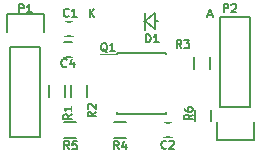
<source format=gto>
G04 #@! TF.FileFunction,Legend,Top*
%FSLAX46Y46*%
G04 Gerber Fmt 4.6, Leading zero omitted, Abs format (unit mm)*
G04 Created by KiCad (PCBNEW 4.1.0-alpha+201606291451+6956~45~ubuntu14.04.1-product) date Thu Jun 30 17:16:48 2016*
%MOMM*%
%LPD*%
G01*
G04 APERTURE LIST*
%ADD10C,0.100000*%
%ADD11C,0.150000*%
%ADD12R,1.300000X1.600000*%
%ADD13R,1.600000X1.300000*%
%ADD14R,2.432000X2.127200*%
%ADD15O,2.432000X2.127200*%
%ADD16R,1.600000X1.150000*%
%ADD17R,1.950000X1.000000*%
%ADD18R,3.699460X2.099260*%
G04 APERTURE END LIST*
D10*
D11*
X232810000Y-110435000D02*
X232810000Y-109435000D01*
X234160000Y-109435000D02*
X234160000Y-110435000D01*
X221725000Y-110480000D02*
X222725000Y-110480000D01*
X222725000Y-111830000D02*
X221725000Y-111830000D01*
X225930000Y-110475000D02*
X226930000Y-110475000D01*
X226930000Y-111825000D02*
X225930000Y-111825000D01*
X221750000Y-107395000D02*
X221750000Y-108395000D01*
X220400000Y-108395000D02*
X220400000Y-107395000D01*
X223690000Y-107385000D02*
X223690000Y-108385000D01*
X222340000Y-108385000D02*
X222340000Y-107385000D01*
X232690000Y-106015000D02*
X232690000Y-105015000D01*
X234040000Y-105015000D02*
X234040000Y-106015000D01*
X237490000Y-109220000D02*
X237490000Y-101600000D01*
X234950000Y-109220000D02*
X234950000Y-101600000D01*
X234670000Y-112040000D02*
X234670000Y-110490000D01*
X237490000Y-101600000D02*
X234950000Y-101600000D01*
X234950000Y-109220000D02*
X237490000Y-109220000D01*
X237770000Y-110490000D02*
X237770000Y-112040000D01*
X237770000Y-112040000D02*
X234670000Y-112040000D01*
X217170000Y-104140000D02*
X217170000Y-111760000D01*
X219710000Y-104140000D02*
X219710000Y-111760000D01*
X219990000Y-101320000D02*
X219990000Y-102870000D01*
X217170000Y-111760000D02*
X219710000Y-111760000D01*
X219710000Y-104140000D02*
X217170000Y-104140000D01*
X216890000Y-102870000D02*
X216890000Y-101320000D01*
X216890000Y-101320000D02*
X219990000Y-101320000D01*
X230175000Y-110595000D02*
X230875000Y-110595000D01*
X230875000Y-111795000D02*
X230175000Y-111795000D01*
X221725000Y-103755000D02*
X222425000Y-103755000D01*
X222425000Y-104955000D02*
X221725000Y-104955000D01*
X222485000Y-103185000D02*
X221785000Y-103185000D01*
X221785000Y-101985000D02*
X222485000Y-101985000D01*
X226190000Y-104680000D02*
X226190000Y-104825000D01*
X230340000Y-104680000D02*
X230340000Y-104825000D01*
X230340000Y-109830000D02*
X230340000Y-109685000D01*
X226190000Y-109830000D02*
X226190000Y-109685000D01*
X226190000Y-104680000D02*
X230340000Y-104680000D01*
X226190000Y-109830000D02*
X230340000Y-109830000D01*
X226190000Y-104825000D02*
X224790000Y-104825000D01*
X228605420Y-101955000D02*
X228455560Y-101955000D01*
X229453780Y-101955000D02*
X229654440Y-101955000D01*
X228605420Y-101955000D02*
X228605420Y-102704300D01*
X228605420Y-101955000D02*
X228605420Y-101253960D01*
X228605420Y-101955000D02*
X229453780Y-101253960D01*
X229453780Y-101253960D02*
X229453780Y-102656040D01*
X229453780Y-102656040D02*
X228605420Y-101955000D01*
X232601666Y-109871666D02*
X232268333Y-110105000D01*
X232601666Y-110271666D02*
X231901666Y-110271666D01*
X231901666Y-110005000D01*
X231935000Y-109938333D01*
X231968333Y-109905000D01*
X232035000Y-109871666D01*
X232135000Y-109871666D01*
X232201666Y-109905000D01*
X232235000Y-109938333D01*
X232268333Y-110005000D01*
X232268333Y-110271666D01*
X231901666Y-109271666D02*
X231901666Y-109405000D01*
X231935000Y-109471666D01*
X231968333Y-109505000D01*
X232068333Y-109571666D01*
X232201666Y-109605000D01*
X232468333Y-109605000D01*
X232535000Y-109571666D01*
X232568333Y-109538333D01*
X232601666Y-109471666D01*
X232601666Y-109338333D01*
X232568333Y-109271666D01*
X232535000Y-109238333D01*
X232468333Y-109205000D01*
X232301666Y-109205000D01*
X232235000Y-109238333D01*
X232201666Y-109271666D01*
X232168333Y-109338333D01*
X232168333Y-109471666D01*
X232201666Y-109538333D01*
X232235000Y-109571666D01*
X232301666Y-109605000D01*
X222138333Y-112801666D02*
X221905000Y-112468333D01*
X221738333Y-112801666D02*
X221738333Y-112101666D01*
X222005000Y-112101666D01*
X222071666Y-112135000D01*
X222105000Y-112168333D01*
X222138333Y-112235000D01*
X222138333Y-112335000D01*
X222105000Y-112401666D01*
X222071666Y-112435000D01*
X222005000Y-112468333D01*
X221738333Y-112468333D01*
X222771666Y-112101666D02*
X222438333Y-112101666D01*
X222405000Y-112435000D01*
X222438333Y-112401666D01*
X222505000Y-112368333D01*
X222671666Y-112368333D01*
X222738333Y-112401666D01*
X222771666Y-112435000D01*
X222805000Y-112501666D01*
X222805000Y-112668333D01*
X222771666Y-112735000D01*
X222738333Y-112768333D01*
X222671666Y-112801666D01*
X222505000Y-112801666D01*
X222438333Y-112768333D01*
X222405000Y-112735000D01*
X226328333Y-112811666D02*
X226095000Y-112478333D01*
X225928333Y-112811666D02*
X225928333Y-112111666D01*
X226195000Y-112111666D01*
X226261666Y-112145000D01*
X226295000Y-112178333D01*
X226328333Y-112245000D01*
X226328333Y-112345000D01*
X226295000Y-112411666D01*
X226261666Y-112445000D01*
X226195000Y-112478333D01*
X225928333Y-112478333D01*
X226928333Y-112345000D02*
X226928333Y-112811666D01*
X226761666Y-112078333D02*
X226595000Y-112578333D01*
X227028333Y-112578333D01*
X222361666Y-109841666D02*
X222028333Y-110075000D01*
X222361666Y-110241666D02*
X221661666Y-110241666D01*
X221661666Y-109975000D01*
X221695000Y-109908333D01*
X221728333Y-109875000D01*
X221795000Y-109841666D01*
X221895000Y-109841666D01*
X221961666Y-109875000D01*
X221995000Y-109908333D01*
X222028333Y-109975000D01*
X222028333Y-110241666D01*
X222361666Y-109175000D02*
X222361666Y-109575000D01*
X222361666Y-109375000D02*
X221661666Y-109375000D01*
X221761666Y-109441666D01*
X221828333Y-109508333D01*
X221861666Y-109575000D01*
X224401666Y-109621666D02*
X224068333Y-109855000D01*
X224401666Y-110021666D02*
X223701666Y-110021666D01*
X223701666Y-109755000D01*
X223735000Y-109688333D01*
X223768333Y-109655000D01*
X223835000Y-109621666D01*
X223935000Y-109621666D01*
X224001666Y-109655000D01*
X224035000Y-109688333D01*
X224068333Y-109755000D01*
X224068333Y-110021666D01*
X223768333Y-109355000D02*
X223735000Y-109321666D01*
X223701666Y-109255000D01*
X223701666Y-109088333D01*
X223735000Y-109021666D01*
X223768333Y-108988333D01*
X223835000Y-108955000D01*
X223901666Y-108955000D01*
X224001666Y-108988333D01*
X224401666Y-109388333D01*
X224401666Y-108955000D01*
X231648333Y-104251666D02*
X231415000Y-103918333D01*
X231248333Y-104251666D02*
X231248333Y-103551666D01*
X231515000Y-103551666D01*
X231581666Y-103585000D01*
X231615000Y-103618333D01*
X231648333Y-103685000D01*
X231648333Y-103785000D01*
X231615000Y-103851666D01*
X231581666Y-103885000D01*
X231515000Y-103918333D01*
X231248333Y-103918333D01*
X231881666Y-103551666D02*
X232315000Y-103551666D01*
X232081666Y-103818333D01*
X232181666Y-103818333D01*
X232248333Y-103851666D01*
X232281666Y-103885000D01*
X232315000Y-103951666D01*
X232315000Y-104118333D01*
X232281666Y-104185000D01*
X232248333Y-104218333D01*
X232181666Y-104251666D01*
X231981666Y-104251666D01*
X231915000Y-104218333D01*
X231881666Y-104185000D01*
X235218333Y-101201666D02*
X235218333Y-100501666D01*
X235485000Y-100501666D01*
X235551666Y-100535000D01*
X235585000Y-100568333D01*
X235618333Y-100635000D01*
X235618333Y-100735000D01*
X235585000Y-100801666D01*
X235551666Y-100835000D01*
X235485000Y-100868333D01*
X235218333Y-100868333D01*
X235885000Y-100568333D02*
X235918333Y-100535000D01*
X235985000Y-100501666D01*
X236151666Y-100501666D01*
X236218333Y-100535000D01*
X236251666Y-100568333D01*
X236285000Y-100635000D01*
X236285000Y-100701666D01*
X236251666Y-100801666D01*
X235851666Y-101201666D01*
X236285000Y-101201666D01*
X217918333Y-101211666D02*
X217918333Y-100511666D01*
X218185000Y-100511666D01*
X218251666Y-100545000D01*
X218285000Y-100578333D01*
X218318333Y-100645000D01*
X218318333Y-100745000D01*
X218285000Y-100811666D01*
X218251666Y-100845000D01*
X218185000Y-100878333D01*
X217918333Y-100878333D01*
X218985000Y-101211666D02*
X218585000Y-101211666D01*
X218785000Y-101211666D02*
X218785000Y-100511666D01*
X218718333Y-100611666D01*
X218651666Y-100678333D01*
X218585000Y-100711666D01*
X230368333Y-112695000D02*
X230335000Y-112728333D01*
X230235000Y-112761666D01*
X230168333Y-112761666D01*
X230068333Y-112728333D01*
X230001666Y-112661666D01*
X229968333Y-112595000D01*
X229935000Y-112461666D01*
X229935000Y-112361666D01*
X229968333Y-112228333D01*
X230001666Y-112161666D01*
X230068333Y-112095000D01*
X230168333Y-112061666D01*
X230235000Y-112061666D01*
X230335000Y-112095000D01*
X230368333Y-112128333D01*
X230635000Y-112128333D02*
X230668333Y-112095000D01*
X230735000Y-112061666D01*
X230901666Y-112061666D01*
X230968333Y-112095000D01*
X231001666Y-112128333D01*
X231035000Y-112195000D01*
X231035000Y-112261666D01*
X231001666Y-112361666D01*
X230601666Y-112761666D01*
X231035000Y-112761666D01*
X221928333Y-105785000D02*
X221895000Y-105818333D01*
X221795000Y-105851666D01*
X221728333Y-105851666D01*
X221628333Y-105818333D01*
X221561666Y-105751666D01*
X221528333Y-105685000D01*
X221495000Y-105551666D01*
X221495000Y-105451666D01*
X221528333Y-105318333D01*
X221561666Y-105251666D01*
X221628333Y-105185000D01*
X221728333Y-105151666D01*
X221795000Y-105151666D01*
X221895000Y-105185000D01*
X221928333Y-105218333D01*
X222528333Y-105385000D02*
X222528333Y-105851666D01*
X222361666Y-105118333D02*
X222195000Y-105618333D01*
X222628333Y-105618333D01*
X222108333Y-101515000D02*
X222075000Y-101548333D01*
X221975000Y-101581666D01*
X221908333Y-101581666D01*
X221808333Y-101548333D01*
X221741666Y-101481666D01*
X221708333Y-101415000D01*
X221675000Y-101281666D01*
X221675000Y-101181666D01*
X221708333Y-101048333D01*
X221741666Y-100981666D01*
X221808333Y-100915000D01*
X221908333Y-100881666D01*
X221975000Y-100881666D01*
X222075000Y-100915000D01*
X222108333Y-100948333D01*
X222775000Y-101581666D02*
X222375000Y-101581666D01*
X222575000Y-101581666D02*
X222575000Y-100881666D01*
X222508333Y-100981666D01*
X222441666Y-101048333D01*
X222375000Y-101081666D01*
X225368333Y-104568333D02*
X225301666Y-104535000D01*
X225235000Y-104468333D01*
X225135000Y-104368333D01*
X225068333Y-104335000D01*
X225001666Y-104335000D01*
X225035000Y-104501666D02*
X224968333Y-104468333D01*
X224901666Y-104401666D01*
X224868333Y-104268333D01*
X224868333Y-104035000D01*
X224901666Y-103901666D01*
X224968333Y-103835000D01*
X225035000Y-103801666D01*
X225168333Y-103801666D01*
X225235000Y-103835000D01*
X225301666Y-103901666D01*
X225335000Y-104035000D01*
X225335000Y-104268333D01*
X225301666Y-104401666D01*
X225235000Y-104468333D01*
X225168333Y-104501666D01*
X225035000Y-104501666D01*
X226001666Y-104501666D02*
X225601666Y-104501666D01*
X225801666Y-104501666D02*
X225801666Y-103801666D01*
X225735000Y-103901666D01*
X225668333Y-103968333D01*
X225601666Y-104001666D01*
X228648333Y-103751666D02*
X228648333Y-103051666D01*
X228815000Y-103051666D01*
X228915000Y-103085000D01*
X228981666Y-103151666D01*
X229015000Y-103218333D01*
X229048333Y-103351666D01*
X229048333Y-103451666D01*
X229015000Y-103585000D01*
X228981666Y-103651666D01*
X228915000Y-103718333D01*
X228815000Y-103751666D01*
X228648333Y-103751666D01*
X229715000Y-103751666D02*
X229315000Y-103751666D01*
X229515000Y-103751666D02*
X229515000Y-103051666D01*
X229448333Y-103151666D01*
X229381666Y-103218333D01*
X229315000Y-103251666D01*
X223871666Y-101631666D02*
X223871666Y-100931666D01*
X224271666Y-101631666D02*
X223971666Y-101231666D01*
X224271666Y-100931666D02*
X223871666Y-101331666D01*
X233908333Y-101421666D02*
X234241666Y-101421666D01*
X233841666Y-101621666D02*
X234075000Y-100921666D01*
X234308333Y-101621666D01*
%LPC*%
D12*
X233485000Y-108835000D03*
X233485000Y-111035000D03*
D13*
X223325000Y-111155000D03*
X221125000Y-111155000D03*
X227530000Y-111150000D03*
X225330000Y-111150000D03*
D12*
X221075000Y-108995000D03*
X221075000Y-106795000D03*
X223015000Y-108985000D03*
X223015000Y-106785000D03*
X233365000Y-104415000D03*
X233365000Y-106615000D03*
D14*
X236220000Y-110490000D03*
D15*
X236220000Y-107950000D03*
X236220000Y-105410000D03*
X236220000Y-102870000D03*
D14*
X218440000Y-102870000D03*
D15*
X218440000Y-105410000D03*
X218440000Y-107950000D03*
X218440000Y-110490000D03*
D16*
X229575000Y-111195000D03*
X231475000Y-111195000D03*
X221125000Y-104355000D03*
X223025000Y-104355000D03*
X223085000Y-102585000D03*
X221185000Y-102585000D03*
D17*
X225565000Y-105350000D03*
X225565000Y-106620000D03*
X225565000Y-107890000D03*
X225565000Y-109160000D03*
X230965000Y-109160000D03*
X230965000Y-107890000D03*
X230965000Y-106620000D03*
X230965000Y-105350000D03*
D18*
X226354180Y-101955000D03*
X231855820Y-101955000D03*
M02*

</source>
